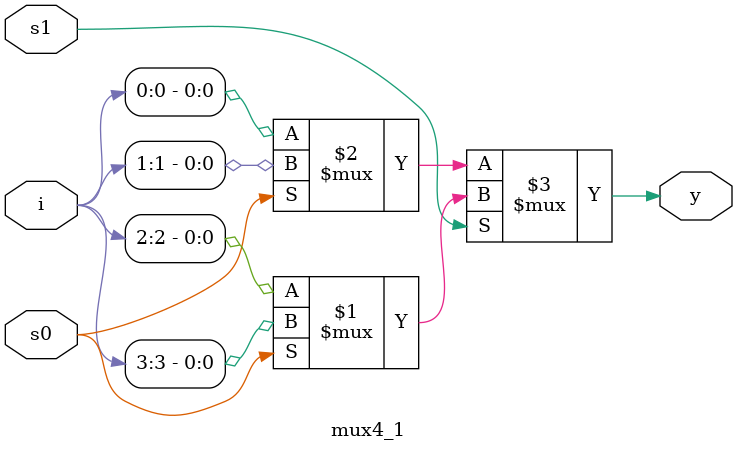
<source format=v>
module mux4_1(input s1,s0, input[3:0]i,output y);
  assign y= s1?(s0?(i[3]):(i[2])):(s0?(i[1]):(i[0]));
endmodule
</source>
